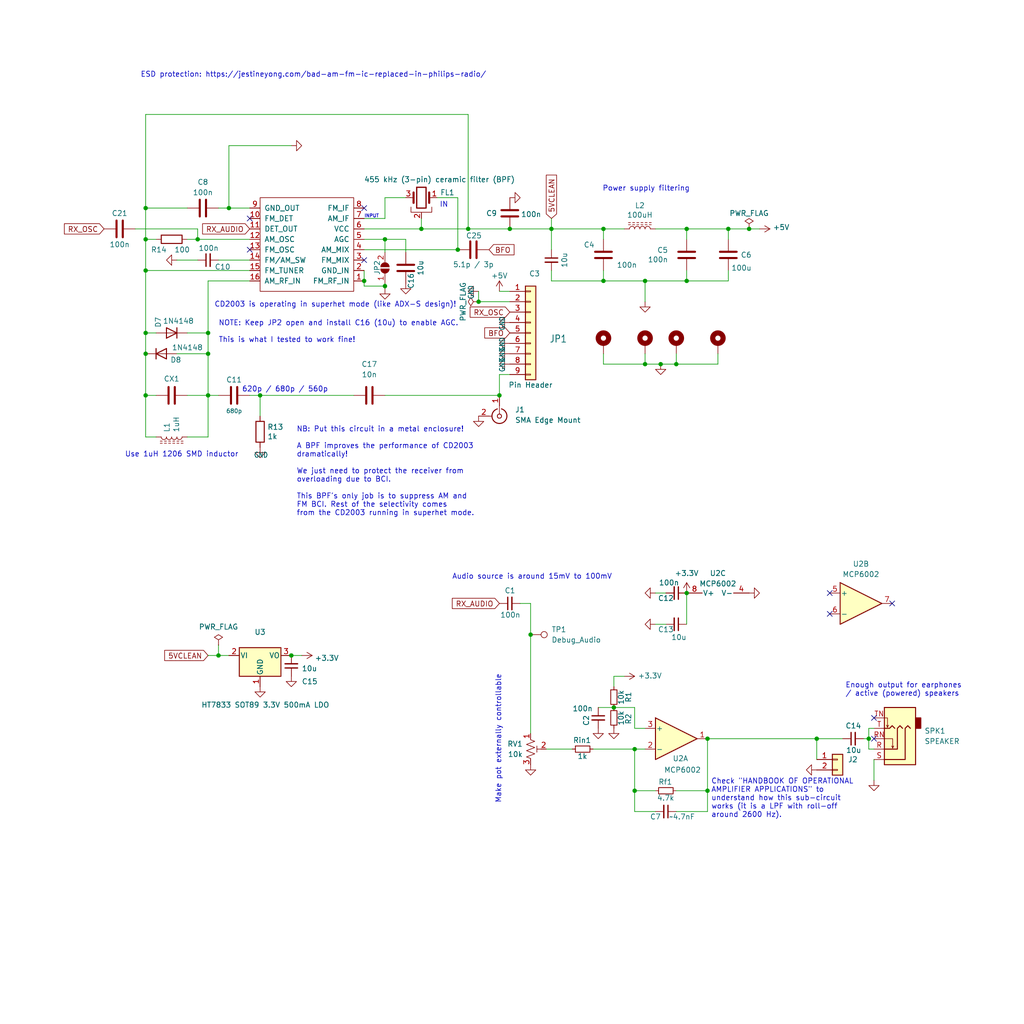
<source format=kicad_sch>
(kicad_sch (version 20230121) (generator eeschema)
  (paper "User" 250.012 250.012)
  (title_block (title "Breakout board (BoB) for CD2003 (Superhet Mode)") (date "2023-09-02") (rev "v1.07") (company "Dhiru Kholia (VU3CER)") (comment 1 "Based on ADX and ADX-S designs"))
  (lib_symbols
    (symbol "Amplifier_Operational:MCP6022" (pin_names (offset 0.127))
      (property "Reference" "U" (at 0 5.08 0))
      (property "Value" "MCP6022" (at 0 -5.08 0))
      (symbol "MCP6022_1_1"
        (polyline (pts (xy -5.08 5.08) (xy 5.08 0) (xy -5.08 -5.08) (xy -5.08 5.08)) (stroke (width 0.254)) (fill (type background)))
        (pin output line (at 7.62 0 180) (length 2.54) (name "~") (number "1"))
        (pin input line (at -7.62 -2.54 0) (length 2.54) (name "-") (number "2"))
        (pin input line (at -7.62 2.54 0) (length 2.54) (name "+") (number "3"))
      )
      (symbol "MCP6022_2_1"
        (polyline (pts (xy -5.08 5.08) (xy 5.08 0) (xy -5.08 -5.08) (xy -5.08 5.08)) (stroke (width 0.254)) (fill (type background)))
        (pin input line (at -7.62 2.54 0) (length 2.54) (name "+") (number "5"))
        (pin input line (at -7.62 -2.54 0) (length 2.54) (name "-") (number "6"))
        (pin output line (at 7.62 0 180) (length 2.54) (name "~") (number "7"))
      )
      (symbol "MCP6022_3_1"
        (pin power_in line (at -2.54 -7.62 90) (length 3.81) (name "V-") (number "4"))
        (pin power_in line (at -2.54 7.62 270) (length 3.81) (name "V+") (number "8"))
      )
    )
    (symbol "Connector:Conn_Coaxial" (pin_names (offset 1.016) hide)
      (property "Reference" "J" (at 0.254 3.048 0))
      (property "Value" "Conn_Coaxial" (at 2.921 0 90))
      (symbol "Conn_Coaxial_0_1"
        (arc (start -1.778 -0.508) (mid 0.2311 -1.8066) (end 1.778 0) (stroke (width 0.254)))
        (polyline (pts (xy -2.54 0) (xy -0.508 0)))
        (polyline (pts (xy 0 -2.54) (xy 0 -1.778)))
        (circle (center 0 0) (radius 0.508) (stroke (width 0.2032)))
        (arc (start 1.778 0) (mid 0.2099 1.8101) (end -1.778 0.508) (stroke (width 0.254)))
      )
      (symbol "Conn_Coaxial_1_1"
        (pin passive line (at -5.08 0 0) (length 2.54) (name "In") (number "1"))
        (pin passive line (at 0 -5.08 90) (length 2.54) (name "Ext") (number "2"))
      )
    )
    (symbol "Connector:TestPoint" (pin_numbers hide) (pin_names (offset 0.762) hide)
      (property "Reference" "TP" (at 0 6.858 0))
      (property "Value" "TestPoint" (at 0 5.08 0))
      (symbol "TestPoint_0_1"
        (circle (center 0 3.302) (radius 0.762))
      )
      (symbol "TestPoint_1_1"
        (pin passive line (at 0 0 90) (length 2.54) (name "1") (number "1"))
      )
    )
    (symbol "Connector_Audio:AudioJack3_SwitchTR"
      (property "Reference" "J" (at 0 8.89 0))
      (property "Value" "AudioJack3_SwitchTR" (at 0 6.35 0))
      (symbol "AudioJack3_SwitchTR_0_1"
        (rectangle (start -5.08 -5.08) (end -6.35 -7.62) (stroke (width 0.254)) (fill (type outline)))
        (polyline (pts (xy 0.508 -0.254) (xy 0.762 -0.762)))
        (polyline (pts (xy 1.778 -5.334) (xy 2.032 -5.842)))
        (polyline (pts (xy 0 -5.08) (xy 0.635 -5.715) (xy 1.27 -5.08) (xy 2.54 -5.08)) (stroke (width 0.254)))
        (polyline (pts (xy 2.54 -7.62) (xy 1.778 -7.62) (xy 1.778 -5.334) (xy 1.524 -5.842)))
        (polyline (pts (xy 2.54 -2.54) (xy 0.508 -2.54) (xy 0.508 -0.254) (xy 0.254 -0.762)))
        (polyline (pts (xy -1.905 -5.08) (xy -1.27 -5.715) (xy -0.635 -5.08) (xy -0.635 0) (xy 2.54 0)) (stroke (width 0.254)))
        (polyline (pts (xy 2.54 2.54) (xy -2.54 2.54) (xy -2.54 -5.08) (xy -3.175 -5.715) (xy -3.81 -5.08)) (stroke (width 0.254)))
        (rectangle (start 2.54 3.81) (end -5.08 -10.16) (stroke (width 0.254)) (fill (type background)))
      )
      (symbol "AudioJack3_SwitchTR_1_1"
        (pin passive line (at 5.08 0 180) (length 2.54) (name "~") (number "R"))
        (pin passive line (at 5.08 -2.54 180) (length 2.54) (name "~") (number "RN"))
        (pin passive line (at 5.08 2.54 180) (length 2.54) (name "~") (number "S"))
        (pin passive line (at 5.08 -5.08 180) (length 2.54) (name "~") (number "T"))
        (pin passive line (at 5.08 -7.62 180) (length 2.54) (name "~") (number "TN"))
      )
    )
    (symbol "Connector_Generic:Conn_01x02" (pin_names (offset 1.016) hide)
      (property "Reference" "J" (at 0 2.54 0))
      (property "Value" "Conn_01x02" (at 0 -5.08 0))
      (symbol "Conn_01x02_1_1"
        (rectangle (start -1.27 -2.413) (end 0 -2.667) (stroke (width 0.1524)))
        (rectangle (start -1.27 0.127) (end 0 -0.127) (stroke (width 0.1524)))
        (rectangle (start -1.27 1.27) (end 1.27 -3.81) (stroke (width 0.254)) (fill (type background)))
        (pin passive line (at -5.08 0 0) (length 3.81) (name "Pin_1") (number "1"))
        (pin passive line (at -5.08 -2.54 0) (length 3.81) (name "Pin_2") (number "2"))
      )
    )
    (symbol "Connector_Generic:Conn_01x09" (pin_names (offset 1.016) hide)
      (property "Reference" "J" (at 0 12.7 0))
      (property "Value" "Conn_01x09" (at 0 -12.7 0))
      (symbol "Conn_01x09_1_1"
        (rectangle (start -1.27 -10.033) (end 0 -10.287) (stroke (width 0.1524)))
        (rectangle (start -1.27 -7.493) (end 0 -7.747) (stroke (width 0.1524)))
        (rectangle (start -1.27 -4.953) (end 0 -5.207) (stroke (width 0.1524)))
        (rectangle (start -1.27 -2.413) (end 0 -2.667) (stroke (width 0.1524)))
        (rectangle (start -1.27 0.127) (end 0 -0.127) (stroke (width 0.1524)))
        (rectangle (start -1.27 2.667) (end 0 2.413) (stroke (width 0.1524)))
        (rectangle (start -1.27 5.207) (end 0 4.953) (stroke (width 0.1524)))
        (rectangle (start -1.27 7.747) (end 0 7.493) (stroke (width 0.1524)))
        (rectangle (start -1.27 10.287) (end 0 10.033) (stroke (width 0.1524)))
        (rectangle (start -1.27 11.43) (end 1.27 -11.43) (stroke (width 0.254)) (fill (type background)))
        (pin passive line (at -5.08 10.16 0) (length 3.81) (name "Pin_1") (number "1"))
        (pin passive line (at -5.08 7.62 0) (length 3.81) (name "Pin_2") (number "2"))
        (pin passive line (at -5.08 5.08 0) (length 3.81) (name "Pin_3") (number "3"))
        (pin passive line (at -5.08 2.54 0) (length 3.81) (name "Pin_4") (number "4"))
        (pin passive line (at -5.08 0 0) (length 3.81) (name "Pin_5") (number "5"))
        (pin passive line (at -5.08 -2.54 0) (length 3.81) (name "Pin_6") (number "6"))
        (pin passive line (at -5.08 -5.08 0) (length 3.81) (name "Pin_7") (number "7"))
        (pin passive line (at -5.08 -7.62 0) (length 3.81) (name "Pin_8") (number "8"))
        (pin passive line (at -5.08 -10.16 0) (length 3.81) (name "Pin_9") (number "9"))
      )
    )
    (symbol "D_1" (pin_numbers hide) (pin_names (offset 1.016) hide)
      (property "Reference" "D" (at 0 2.54 0))
      (property "Value" "D" (at 0 -2.54 0))
      (symbol "D_1_0_1"
        (polyline (pts (xy -1.27 1.27) (xy -1.27 -1.27)) (stroke (width 0.254)))
        (polyline (pts (xy 1.27 0) (xy -1.27 0)))
        (polyline (pts (xy 1.27 1.27) (xy 1.27 -1.27) (xy -1.27 0) (xy 1.27 1.27)) (stroke (width 0.254)))
      )
      (symbol "D_1_1_1"
        (pin passive line (at -3.81 0 0) (length 2.54) (name "K") (number "1"))
        (pin passive line (at 3.81 0 180) (length 2.54) (name "A") (number "2"))
      )
    )
    (symbol "Device:C" (pin_numbers hide) (pin_names (offset 0.254))
      (property "Reference" "C" (at 0.635 2.54 0))
      (property "Value" "C" (at 0.635 -2.54 0))
      (symbol "C_0_1"
        (polyline (pts (xy -2.032 -0.762) (xy 2.032 -0.762)) (stroke (width 0.508)))
        (polyline (pts (xy -2.032 0.762) (xy 2.032 0.762)) (stroke (width 0.508)))
      )
      (symbol "C_1_1"
        (pin passive line (at 0 3.81 270) (length 2.794) (name "~") (number "1"))
        (pin passive line (at 0 -3.81 90) (length 2.794) (name "~") (number "2"))
      )
    )
    (symbol "Device:C_Small" (pin_numbers hide) (pin_names (offset 0.254) hide)
      (property "Reference" "C" (at 0.254 1.778 0))
      (property "Value" "C_Small" (at 0.254 -2.032 0))
      (symbol "C_Small_0_1"
        (polyline (pts (xy -1.524 -0.508) (xy 1.524 -0.508)) (stroke (width 0.3302)))
        (polyline (pts (xy -1.524 0.508) (xy 1.524 0.508)) (stroke (width 0.3048)))
      )
      (symbol "C_Small_1_1"
        (pin passive line (at 0 2.54 270) (length 2.032) (name "~") (number "1"))
        (pin passive line (at 0 -2.54 90) (length 2.032) (name "~") (number "2"))
      )
    )
    (symbol "Device:Crystal_GND2" (pin_names (offset 1.016) hide)
      (property "Reference" "Y" (at 0 5.715 0))
      (property "Value" "Crystal_GND2" (at 0 3.81 0))
      (symbol "Crystal_GND2_0_1"
        (rectangle (start -1.143 2.54) (end 1.143 -2.54) (stroke (width 0.3048)))
        (polyline (pts (xy -2.54 0) (xy -1.905 0)))
        (polyline (pts (xy -1.905 -1.27) (xy -1.905 1.27)) (stroke (width 0.508)))
        (polyline (pts (xy 0 -3.81) (xy 0 -3.556)))
        (polyline (pts (xy 1.905 0) (xy 2.54 0)))
        (polyline (pts (xy 1.905 1.27) (xy 1.905 -1.27)) (stroke (width 0.508)))
        (polyline (pts (xy -2.54 -2.286) (xy -2.54 -3.556) (xy 2.54 -3.556) (xy 2.54 -2.286)))
      )
      (symbol "Crystal_GND2_1_1"
        (pin passive line (at -3.81 0 0) (length 1.27) (name "1") (number "1"))
        (pin passive line (at 0 -5.08 90) (length 1.27) (name "2") (number "2"))
        (pin passive line (at 3.81 0 180) (length 1.27) (name "3") (number "3"))
      )
    )
    (symbol "Device:D" (pin_numbers hide) (pin_names (offset 1.016) hide)
      (property "Reference" "D" (at 0 2.54 0))
      (property "Value" "D" (at 0 -2.54 0))
      (symbol "D_0_1"
        (polyline (pts (xy -1.27 1.27) (xy -1.27 -1.27)) (stroke (width 0.254)))
        (polyline (pts (xy 1.27 0) (xy -1.27 0)))
        (polyline (pts (xy 1.27 1.27) (xy 1.27 -1.27) (xy -1.27 0) (xy 1.27 1.27)) (stroke (width 0.254)))
      )
      (symbol "D_1_1"
        (pin passive line (at -3.81 0 0) (length 2.54) (name "K") (number "1"))
        (pin passive line (at 3.81 0 180) (length 2.54) (name "A") (number "2"))
      )
    )
    (symbol "Device:L_Ferrite" (pin_numbers hide) (pin_names (offset 1.016) hide)
      (property "Reference" "L" (at -1.27 0 90))
      (property "Value" "L_Ferrite" (at 2.794 0 90))
      (symbol "L_Ferrite_0_1"
        (arc (start 0 -2.54) (mid 0.6323 -1.905) (end 0 -1.27))
        (arc (start 0 -1.27) (mid 0.6323 -0.635) (end 0 0))
        (polyline (pts (xy 1.016 -2.794) (xy 1.016 -2.286)))
        (polyline (pts (xy 1.016 -1.778) (xy 1.016 -1.27)))
        (polyline (pts (xy 1.016 -0.762) (xy 1.016 -0.254)))
        (polyline (pts (xy 1.016 0.254) (xy 1.016 0.762)))
        (polyline (pts (xy 1.016 1.27) (xy 1.016 1.778)))
        (polyline (pts (xy 1.016 2.286) (xy 1.016 2.794)))
        (polyline (pts (xy 1.524 -2.286) (xy 1.524 -2.794)))
        (polyline (pts (xy 1.524 -1.27) (xy 1.524 -1.778)))
        (polyline (pts (xy 1.524 -0.254) (xy 1.524 -0.762)))
        (polyline (pts (xy 1.524 0.762) (xy 1.524 0.254)))
        (polyline (pts (xy 1.524 1.778) (xy 1.524 1.27)))
        (polyline (pts (xy 1.524 2.794) (xy 1.524 2.286)))
        (arc (start 0 0) (mid 0.6323 0.635) (end 0 1.27))
        (arc (start 0 1.27) (mid 0.6323 1.905) (end 0 2.54))
      )
      (symbol "L_Ferrite_1_1"
        (pin passive line (at 0 3.81 270) (length 1.27) (name "1") (number "1"))
        (pin passive line (at 0 -3.81 90) (length 1.27) (name "2") (number "2"))
      )
    )
    (symbol "Device:R" (pin_numbers hide) (pin_names (offset 0))
      (property "Reference" "R" (at 2.032 0 90))
      (property "Value" "R" (at 0 0 90))
      (symbol "R_0_1"
        (rectangle (start -1.016 -2.54) (end 1.016 2.54) (stroke (width 0.254)))
      )
      (symbol "R_1_1"
        (pin passive line (at 0 3.81 270) (length 1.27) (name "~") (number "1"))
        (pin passive line (at 0 -3.81 90) (length 1.27) (name "~") (number "2"))
      )
    )
    (symbol "Device:R_Potentiometer_Trim_US" (pin_names (offset 1.016) hide)
      (property "Reference" "RV" (at -4.445 0 90))
      (property "Value" "R_Potentiometer_Trim_US" (at -2.54 0 90))
      (symbol "R_Potentiometer_Trim_US_0_1"
        (polyline (pts (xy 0 -2.286) (xy 0 -2.54)))
        (polyline (pts (xy 0 2.286) (xy 0 2.54)))
        (polyline (pts (xy 1.524 0.762) (xy 1.524 -0.762)))
        (polyline (pts (xy 2.54 0) (xy 1.524 0)))
        (polyline (pts (xy 0 -0.762) (xy 1.016 -1.143) (xy 0 -1.524) (xy -1.016 -1.905) (xy 0 -2.286)))
        (polyline (pts (xy 0 0.762) (xy 1.016 0.381) (xy 0 0) (xy -1.016 -0.381) (xy 0 -0.762)))
        (polyline (pts (xy 0 2.286) (xy 1.016 1.905) (xy 0 1.524) (xy -1.016 1.143) (xy 0 0.762)))
      )
      (symbol "R_Potentiometer_Trim_US_1_1"
        (pin passive line (at 0 3.81 270) (length 1.27) (name "1") (number "1"))
        (pin passive line (at 3.81 0 180) (length 1.27) (name "2") (number "2"))
        (pin passive line (at 0 -3.81 90) (length 1.27) (name "3") (number "3"))
      )
    )
    (symbol "Device:R_Small" (pin_numbers hide) (pin_names (offset 0.254) hide)
      (property "Reference" "R" (at 0.762 0.508 0))
      (property "Value" "R_Small" (at 0.762 -1.016 0))
      (symbol "R_Small_0_1"
        (rectangle (start -0.762 1.778) (end 0.762 -1.778) (stroke (width 0.2032)))
      )
      (symbol "R_Small_1_1"
        (pin passive line (at 0 2.54 270) (length 0.762) (name "~") (number "1"))
        (pin passive line (at 0 -2.54 90) (length 0.762) (name "~") (number "2"))
      )
    )
    (symbol "Jumper:SolderJumper_2_Open" (pin_names (offset 0) hide)
      (property "Reference" "JP" (at 0 2.032 0))
      (property "Value" "SolderJumper_2_Open" (at 0 -2.54 0))
      (symbol "SolderJumper_2_Open_0_1"
        (arc (start -0.254 1.016) (mid -1.2656 0) (end -0.254 -1.016))
        (arc (start -0.254 1.016) (mid -1.2656 0) (end -0.254 -1.016) (fill (type outline)))
        (polyline (pts (xy -0.254 1.016) (xy -0.254 -1.016)))
        (polyline (pts (xy 0.254 1.016) (xy 0.254 -1.016)))
        (arc (start 0.254 -1.016) (mid 1.2656 0) (end 0.254 1.016))
        (arc (start 0.254 -1.016) (mid 1.2656 0) (end 0.254 1.016) (fill (type outline)))
      )
      (symbol "SolderJumper_2_Open_1_1"
        (pin passive line (at -3.81 0 0) (length 2.54) (name "A") (number "1"))
        (pin passive line (at 3.81 0 180) (length 2.54) (name "B") (number "2"))
      )
    )
    (symbol "Mechanical:MountingHole_Pad" (pin_numbers hide) (pin_names (offset 1.016) hide)
      (property "Reference" "H" (at 0 6.35 0))
      (property "Value" "MountingHole_Pad" (at 0 4.445 0))
      (symbol "MountingHole_Pad_0_1"
        (circle (center 0 1.27) (radius 1.27) (stroke (width 1.27)))
      )
      (symbol "MountingHole_Pad_1_1"
        (pin input line (at 0 -2.54 90) (length 2.54) (name "1") (number "1"))
      )
    )
    (symbol "Regulator_Linear:MCP1703Ax-330xxMB" (pin_names (offset 0.254))
      (property "Reference" "U" (at -3.81 3.175 0))
      (property "Value" "MCP1703Ax-330xxMB" (at 0 3.175 0))
      (symbol "MCP1703Ax-330xxMB_0_1"
        (rectangle (start -5.08 -5.08) (end 5.08 1.905) (stroke (width 0.254)) (fill (type background)))
      )
      (symbol "MCP1703Ax-330xxMB_1_1"
        (pin power_in line (at 0 -7.62 90) (length 2.54) (name "GND") (number "1"))
        (pin power_in line (at -7.62 0 0) (length 2.54) (name "VI") (number "2"))
        (pin power_out line (at 7.62 0 180) (length 2.54) (name "VO") (number "3"))
      )
    )
    (symbol "cd2003gb_gp_fixed:CD2003GB_GP_Fixed" (pin_names (offset 1.016))
      (symbol "CD2003GB_GP_Fixed_0_1"
        (rectangle (start -11.43 17.78) (end 11.43 -5.08))
      )
      (symbol "CD2003GB_GP_Fixed_1_1"
        (pin input line (at -8.89 -7.62 90) (length 2.54) (name "FM_RF_IN") (number "1"))
        (pin input line (at 6.35 20.32 270) (length 2.54) (name "FM_DET") (number "10"))
        (pin input line (at 3.81 20.32 270) (length 2.54) (name "DET_OUT") (number "11"))
        (pin input line (at 1.27 20.32 270) (length 2.54) (name "AM_OSC") (number "12"))
        (pin input line (at -1.27 20.32 270) (length 2.54) (name "FM_OSC") (number "13"))
        (pin input line (at -3.81 20.32 270) (length 2.54) (name "FM/AM_SW") (number "14"))
        (pin input line (at -6.35 20.32 270) (length 2.54) (name "FM_TUNER") (number "15"))
        (pin input line (at -8.89 20.32 270) (length 2.54) (name "AM_RF_IN") (number "16"))
        (pin input line (at -6.35 -7.62 90) (length 2.54) (name "GND_IN") (number "2"))
        (pin input line (at -3.81 -7.62 90) (length 2.54) (name "FM_MIX") (number "3"))
        (pin input line (at -1.27 -7.62 90) (length 2.54) (name "AM_MIX") (number "4"))
        (pin passive line (at 1.27 -7.62 90) (length 2.54) (name "AGC") (number "5"))
        (pin input line (at 3.81 -7.62 90) (length 2.54) (name "VCC") (number "6"))
        (pin input line (at 6.35 -7.62 90) (length 2.54) (name "AM_IF") (number "7"))
        (pin input line (at 8.89 -7.62 90) (length 2.54) (name "FM_IF") (number "8"))
        (pin input line (at 8.89 20.32 270) (length 2.54) (name "GND_OUT") (number "9"))
      )
    )
    (symbol "power:+3.3V" (power) (pin_names (offset 0))
      (property "Value" "+3.3V" (at 0 3.556 0))
      (symbol "+3.3V_0_1"
        (polyline (pts (xy -0.762 1.27) (xy 0 2.54)))
        (polyline (pts (xy 0 0) (xy 0 2.54)))
        (polyline (pts (xy 0 2.54) (xy 0.762 1.27)))
      )
      (symbol "+3.3V_1_1"
        (pin power_in line (at 0 0 90) (length 0) hide (name "+3.3V") (number "1"))
      )
    )
    (symbol "power:+5V" (power) (pin_names (offset 0))
      (property "Value" "+5V" (at 0 3.556 0))
      (symbol "+5V_0_1"
        (polyline (pts (xy -0.762 1.27) (xy 0 2.54)))
        (polyline (pts (xy 0 0) (xy 0 2.54)))
        (polyline (pts (xy 0 2.54) (xy 0.762 1.27)))
      )
      (symbol "+5V_1_1"
        (pin power_in line (at 0 0 90) (length 0) hide (name "+5V") (number "1"))
      )
    )
    (symbol "power:GND" (power) (pin_names (offset 0))
      (property "Value" "GND" (at 0 -3.81 0))
      (symbol "GND_0_1"
        (polyline (pts (xy 0 0) (xy 0 -1.27) (xy 1.27 -1.27) (xy 0 -2.54) (xy -1.27 -1.27) (xy 0 -1.27)))
      )
      (symbol "GND_1_1"
        (pin power_in line (at 0 0 270) (length 0) hide (name "GND") (number "1"))
      )
    )
    (symbol "power:PWR_FLAG" (power) (pin_numbers hide) (pin_names (offset 0) hide)
      (property "Value" "PWR_FLAG" (at 0 3.81 0))
      (symbol "PWR_FLAG_0_0"
        (pin power_out line (at 0 0 90) (length 0) (name "pwr") (number "1"))
      )
      (symbol "PWR_FLAG_0_1"
        (polyline (pts (xy 0 0) (xy 0 1.27) (xy -1.016 1.905) (xy 0 2.54) (xy 1.016 1.905) (xy 0 1.27)))
      )
    )
  )
  (junction (at 121.92 96.52))
  (junction (at 50.8 86.36))
  (junction (at 111.76 60.96))
  (junction (at 116.84 73.66))
  (junction (at 124.46 55.88))
  (junction (at 167.64 144.78))
  (junction (at 50.8 96.52))
  (junction (at 71.12 160.02))
  (junction (at 88.9 68.58))
  (junction (at 167.64 55.88))
  (junction (at 93.98 58.42))
  (junction (at 50.8 81.28))
  (junction (at 154.94 182.88))
  (junction (at 157.48 68.58))
  (junction (at 35.56 96.52))
  (junction (at 147.32 55.88))
  (junction (at 182.88 55.88))
  (junction (at 199.39 180.34))
  (junction (at 48.26 58.42))
  (junction (at 35.56 86.36))
  (junction (at 55.88 50.8))
  (junction (at 172.72 180.34))
  (junction (at 102.87 55.88))
  (junction (at 134.62 55.88))
  (junction (at 161.29 88.9))
  (junction (at 177.8 55.88))
  (junction (at 114.3 55.88))
  (junction (at 93.98 69.85))
  (junction (at 212.09 180.34))
  (junction (at 149.86 172.72))
  (junction (at 167.64 68.58))
  (junction (at 165.1 88.9))
  (junction (at 53.34 160.02))
  (junction (at 147.32 68.58))
  (junction (at 157.48 88.9))
  (junction (at 172.72 193.04))
  (junction (at 35.56 66.04))
  (junction (at 35.56 50.8))
  (junction (at 35.56 58.42))
  (junction (at 129.54 154.94))
  (junction (at 63.5 96.52))
  (junction (at 154.94 193.04))
  (junction (at 35.56 81.28))
  (no_connect (at 213.36 175.26))
  (no_connect (at 202.565 149.86))
  (no_connect (at 60.96 60.96))
  (no_connect (at 88.9 63.5))
  (no_connect (at 202.565 144.78))
  (no_connect (at 60.96 53.34))
  (no_connect (at 213.36 180.34))
  (no_connect (at 217.805 147.32))
  (no_connect (at 88.9 50.8))
  (wire (pts (xy 102.87 53.34) (xy 102.87 55.88)))
  (wire (pts (xy 121.92 96.52) (xy 121.92 91.44)))
  (wire (pts (xy 149.86 165.1) (xy 149.86 167.64)))
  (wire (pts (xy 50.8 96.52) (xy 53.34 96.52)))
  (wire (pts (xy 127 147.32) (xy 129.54 147.32)))
  (wire (pts (xy 53.34 50.8) (xy 55.88 50.8)))
  (wire (pts (xy 88.9 53.34) (xy 93.98 53.34)))
  (wire (pts (xy 121.92 71.12) (xy 124.46 71.12)))
  (wire (pts (xy 60.96 96.52) (xy 63.5 96.52)))
  (wire (pts (xy 149.86 172.72) (xy 154.94 172.72)))
  (wire (pts (xy 147.32 68.58) (xy 157.48 68.58)))
  (wire (pts (xy 45.72 81.28) (xy 50.8 81.28)))
  (wire (pts (xy 63.5 101.6) (xy 63.5 96.52)))
  (wire (pts (xy 124.46 55.88) (xy 134.62 55.88)))
  (wire (pts (xy 93.98 69.85) (xy 93.98 70.485)))
  (wire (pts (xy 114.3 55.88) (xy 124.46 55.88)))
  (wire (pts (xy 154.94 193.04) (xy 154.94 182.88)))
  (wire (pts (xy 172.72 180.34) (xy 172.72 193.04)))
  (wire (pts (xy 93.98 48.26) (xy 93.98 53.34)))
  (wire (pts (xy 134.62 55.88) (xy 134.62 60.96)))
  (wire (pts (xy 177.8 66.04) (xy 177.8 68.58)))
  (wire (pts (xy 88.9 68.58) (xy 88.9 69.85)))
  (wire (pts (xy 157.48 88.9) (xy 161.29 88.9)))
  (wire (pts (xy 147.32 86.36) (xy 147.32 88.9)))
  (wire (pts (xy 38.1 81.28) (xy 35.56 81.28)))
  (wire (pts (xy 121.92 91.44) (xy 124.46 91.44)))
  (wire (pts (xy 55.88 50.8) (xy 55.88 35.56)))
  (wire (pts (xy 53.34 157.48) (xy 53.34 160.02)))
  (wire (pts (xy 157.48 86.36) (xy 157.48 88.9)))
  (wire (pts (xy 55.88 35.56) (xy 71.12 35.56)))
  (wire (pts (xy 35.56 96.52) (xy 38.1 96.52)))
  (wire (pts (xy 147.32 88.9) (xy 157.48 88.9)))
  (wire (pts (xy 134.62 55.88) (xy 147.32 55.88)))
  (wire (pts (xy 199.39 180.34) (xy 199.39 185.42)))
  (wire (pts (xy 53.34 160.02) (xy 55.88 160.02)))
  (wire (pts (xy 146.05 172.72) (xy 149.86 172.72)))
  (wire (pts (xy 134.62 66.04) (xy 134.62 68.58)))
  (wire (pts (xy 93.98 58.42) (xy 93.98 61.595)))
  (wire (pts (xy 157.48 68.58) (xy 167.64 68.58)))
  (wire (pts (xy 93.98 96.52) (xy 121.92 96.52)))
  (wire (pts (xy 177.8 55.88) (xy 182.88 55.88)))
  (wire (pts (xy 99.06 61.595) (xy 99.06 58.42)))
  (wire (pts (xy 35.56 50.8) (xy 45.72 50.8)))
  (wire (pts (xy 60.96 50.8) (xy 55.88 50.8)))
  (wire (pts (xy 167.64 55.88) (xy 167.64 58.42)))
  (wire (pts (xy 116.84 71.12) (xy 116.84 73.66)))
  (wire (pts (xy 172.72 180.34) (xy 199.39 180.34)))
  (wire (pts (xy 53.34 63.5) (xy 60.96 63.5)))
  (wire (pts (xy 177.8 55.88) (xy 177.8 58.42)))
  (wire (pts (xy 167.64 55.88) (xy 177.8 55.88)))
  (wire (pts (xy 111.76 48.26) (xy 111.76 60.96)))
  (wire (pts (xy 129.54 154.94) (xy 129.54 179.07)))
  (wire (pts (xy 88.9 69.85) (xy 93.98 69.85)))
  (wire (pts (xy 162.56 144.78) (xy 160.02 144.78)))
  (wire (pts (xy 50.8 86.36) (xy 50.8 81.28)))
  (wire (pts (xy 175.26 88.9) (xy 175.26 86.36)))
  (wire (pts (xy 154.94 177.8) (xy 157.48 177.8)))
  (wire (pts (xy 165.1 193.04) (xy 172.72 193.04)))
  (wire (pts (xy 160.02 193.04) (xy 154.94 193.04)))
  (wire (pts (xy 129.54 147.32) (xy 129.54 154.94)))
  (wire (pts (xy 35.56 58.42) (xy 35.56 50.8)))
  (wire (pts (xy 147.32 58.42) (xy 147.32 55.88)))
  (wire (pts (xy 50.8 96.52) (xy 50.8 86.36)))
  (wire (pts (xy 35.56 66.04) (xy 35.56 58.42)))
  (wire (pts (xy 93.98 58.42) (xy 99.06 58.42)))
  (wire (pts (xy 88.9 60.96) (xy 111.76 60.96)))
  (wire (pts (xy 154.94 172.72) (xy 154.94 177.8)))
  (wire (pts (xy 50.8 68.58) (xy 60.96 68.58)))
  (wire (pts (xy 43.18 86.36) (xy 50.8 86.36)))
  (wire (pts (xy 161.29 88.9) (xy 165.1 88.9)))
  (wire (pts (xy 114.3 27.94) (xy 114.3 55.88)))
  (wire (pts (xy 154.94 182.88) (xy 157.48 182.88)))
  (wire (pts (xy 43.18 63.5) (xy 48.26 63.5)))
  (wire (pts (xy 35.56 96.52) (xy 35.56 86.36)))
  (wire (pts (xy 133.35 182.88) (xy 139.7 182.88)))
  (wire (pts (xy 167.64 66.04) (xy 167.64 68.58)))
  (wire (pts (xy 106.68 48.26) (xy 111.76 48.26)))
  (wire (pts (xy 212.09 182.88) (xy 213.36 182.88)))
  (wire (pts (xy 35.56 81.28) (xy 35.56 86.36)))
  (wire (pts (xy 35.56 66.04) (xy 60.96 66.04)))
  (wire (pts (xy 212.09 177.8) (xy 213.36 177.8)))
  (wire (pts (xy 165.1 198.12) (xy 172.72 198.12)))
  (wire (pts (xy 116.84 73.66) (xy 124.46 73.66)))
  (wire (pts (xy 35.56 50.8) (xy 35.56 27.94)))
  (wire (pts (xy 199.39 180.34) (xy 205.74 180.34)))
  (wire (pts (xy 48.26 58.42) (xy 60.96 58.42)))
  (wire (pts (xy 71.12 160.02) (xy 73.66 160.02)))
  (wire (pts (xy 212.09 180.34) (xy 212.09 177.8)))
  (wire (pts (xy 93.98 48.26) (xy 99.06 48.26)))
  (wire (pts (xy 88.9 55.88) (xy 102.87 55.88)))
  (wire (pts (xy 172.72 198.12) (xy 172.72 193.04)))
  (wire (pts (xy 38.1 106.68) (xy 35.56 106.68)))
  (wire (pts (xy 154.94 198.12) (xy 160.02 198.12)))
  (wire (pts (xy 50.8 68.58) (xy 50.8 81.28)))
  (wire (pts (xy 210.82 180.34) (xy 212.09 180.34)))
  (wire (pts (xy 147.32 66.04) (xy 147.32 68.58)))
  (wire (pts (xy 35.56 27.94) (xy 114.3 27.94)))
  (wire (pts (xy 154.94 198.12) (xy 154.94 193.04)))
  (wire (pts (xy 152.4 165.1) (xy 149.86 165.1)))
  (wire (pts (xy 38.1 58.42) (xy 35.56 58.42)))
  (wire (pts (xy 157.48 73.66) (xy 157.48 68.58)))
  (wire (pts (xy 212.09 180.34) (xy 212.09 182.88)))
  (wire (pts (xy 45.72 106.68) (xy 50.8 106.68)))
  (wire (pts (xy 134.62 53.34) (xy 134.62 55.88)))
  (wire (pts (xy 35.56 66.04) (xy 35.56 81.28)))
  (wire (pts (xy 45.72 96.52) (xy 50.8 96.52)))
  (wire (pts (xy 102.87 55.88) (xy 114.3 55.88)))
  (wire (pts (xy 50.8 96.52) (xy 50.8 106.68)))
  (wire (pts (xy 35.56 96.52) (xy 35.56 106.68)))
  (wire (pts (xy 167.64 144.78) (xy 167.64 152.4)))
  (wire (pts (xy 134.62 68.58) (xy 147.32 68.58)))
  (wire (pts (xy 33.02 55.88) (xy 48.26 55.88)))
  (wire (pts (xy 50.8 160.02) (xy 53.34 160.02)))
  (wire (pts (xy 93.98 69.215) (xy 93.98 69.85)))
  (wire (pts (xy 165.1 86.36) (xy 165.1 88.9)))
  (wire (pts (xy 45.72 58.42) (xy 48.26 58.42)))
  (wire (pts (xy 167.64 68.58) (xy 177.8 68.58)))
  (wire (pts (xy 48.26 55.88) (xy 48.26 58.42)))
  (wire (pts (xy 162.56 152.4) (xy 160.02 152.4)))
  (wire (pts (xy 88.9 66.04) (xy 88.9 68.58)))
  (wire (pts (xy 213.36 185.42) (xy 213.36 190.5)))
  (wire (pts (xy 147.32 55.88) (xy 152.4 55.88)))
  (wire (pts (xy 182.88 55.88) (xy 185.42 55.88)))
  (wire (pts (xy 165.1 88.9) (xy 175.26 88.9)))
  (wire (pts (xy 160.02 55.88) (xy 167.64 55.88)))
  (wire (pts (xy 88.9 58.42) (xy 93.98 58.42)))
  (wire (pts (xy 144.78 182.88) (xy 154.94 182.88)))
  (wire (pts (xy 63.5 96.52) (xy 86.36 96.52)))
  (text "Check \"HANDBOOK OF OPERATIONAL\nAMPLIFIER APPLICATIONS\" to \nunderstand how this sub-circuit\nworks (it is a LPF with roll-off\naround 2600 Hz)." (at 173.609 199.771 0) (effects (font (size 1.27 1.27)) (justify left bottom)))
  (text "Use 1uH 1206 SMD inductor" (at 30.48 111.76 0) (effects (font (size 1.27 1.27)) (justify left bottom)))
  (text "Enough output for earphones \n/ active (powered) speakers" (at 206.375 170.18 0) (effects (font (size 1.27 1.27)) (justify left bottom)))
  (text "INPUT" (at 88.9 53.34 0) (effects (font (size 0.8 0.8)) (justify left bottom)))
  (text "Make pot externally controllable" (at 122.428 196.215 90) (effects (font (size 1.27 1.27)) (justify left bottom)))
  (text "NB: Put this circuit in a metal enclosure!\n\nA BPF improves the performance of CD2003\ndramatically!\n\nWe just need to protect the receiver from\noverloading due to BCI.\n\nThis BPF's only job is to suppress AM and \nFM BCI. Rest of the selectivity comes\nfrom the CD2003 running in superhet mode.\n\n\n" (at 72.39 130.175 0) (effects (font (size 1.27 1.27)) (justify left bottom)))
  (text "Power supply filtering" (at 147.066 46.863 0) (effects (font (size 1.27 1.27)) (justify left bottom)))
  (text "Audio source is around 15mV to 100mV" (at 110.363 141.605 0) (effects (font (size 1.27 1.27)) (justify left bottom)))
  (text "620p / 680p / 560p" (at 59.055 95.885 0) (effects (font (size 1.27 1.27)) (justify left bottom)))
  (text "CD2003 is operating in superhet mode (like ADX-S design)!" (at 52.324 75.184 0) (effects (font (size 1.27 1.27)) (justify left bottom)))
  (text "IN" (at 107.315 50.8 0) (effects (font (size 1.27 1.27)) (justify left bottom)))
  (text "NOTE: Keep JP2 open and install C16 (10u) to enable AGC.\n\nThis is what I tested to work fine!" (at 53.34 83.82 0) (effects (font (size 1.27 1.27)) (justify left bottom)))
  (text "ESD protection: https://jestineyong.com/bad-am-fm-ic-replaced-in-philips-radio/" (at 118.745 19.05 0) (effects (font (size 1.27 1.27)) (justify right bottom)))
  (global_label "RX_AUDIO" (shape input) (at 60.96 55.88 180) (property "Intersheetrefs" "${INTERSHEET_REFS}" (effects hide)))
  (global_label "5VCLEAN" (shape input) (at 50.8 160.02 180) (property "Intersheetrefs" "${INTERSHEET_REFS}" (effects hide)))
  (global_label "RX_OSC" (shape input) (at 25.4 55.88 180) (property "Intersheetrefs" "${INTERSHEET_REFS}" (effects hide)))
  (global_label "BFO" (shape input) (at 124.46 81.28 180) (property "Intersheetrefs" "${INTERSHEET_REFS}" (effects hide)))
  (global_label "RX_AUDIO" (shape input) (at 121.92 147.32 180) (property "Intersheetrefs" "${INTERSHEET_REFS}" (effects hide)))
  (global_label "5VCLEAN" (shape input) (at 134.62 53.34 90) (property "Intersheetrefs" "${INTERSHEET_REFS}" (effects hide)))
  (global_label "BFO" (shape input) (at 119.38 60.96 0) (property "Intersheetrefs" "${INTERSHEET_REFS}" (effects hide)))
  (global_label "RX_OSC" (shape input) (at 124.46 76.2 180) (property "Intersheetrefs" "${INTERSHEET_REFS}" (effects hide)))
  (symbol (lib_id "Mechanical:MountingHole_Pad") (at 147.32 83.82 0) (unit 1)
    (property "Reference" "H1" (effects hide))
    (property "Value" "MountingHole_Pad" (effects hide))
    (property "Footprint" "MountingHole:MountingHole_2.2mm_M2_Pad_Via" (effects hide))
  )
  (symbol (lib_id "Mechanical:MountingHole_Pad") (at 157.48 83.82 0) (unit 1)
    (property "Reference" "H2" (effects hide))
    (property "Value" "MountingHole_Pad" (effects hide))
    (property "Footprint" "MountingHole:MountingHole_2.2mm_M2_Pad_Via" (effects hide))
  )
  (symbol (lib_id "power:+5V") (at 121.92 71.12 0) (unit 1)
    (property "Reference" "#PWR0107" (effects hide))
    (property "Value" "+5V" (at 121.92 67.31 0))
  )
  (symbol (lib_id "Device:L_Ferrite") (at 41.91 106.68 270) (unit 1)
    (property "Reference" "L1" (at 40.7416 105.5624 0) (effects (justify right)))
    (property "Value" "1uH" (at 43.053 105.5624 0) (effects (justify right)))
    (property "Footprint" "Inductor_SMD:L_1206_3216Metric_Pad1.22x1.90mm_HandSolder" (effects hide))
  )
  (symbol (lib_id "Device:C") (at 124.46 52.07 0) (unit 1)
    (property "Reference" "C9" (at 120.015 52.07 0))
    (property "Value" "100n" (at 129.667 52.324 0))
    (property "Footprint" "Capacitor_SMD:C_1206_3216Metric_Pad1.33x1.80mm_HandSolder" (effects hide))
  )
  (symbol (lib_id "cd2003gb_gp_fixed:CD2003GB_GP_Fixed") (at 81.28 59.69 90) (unit 1)
    (property "Reference" "U1" (effects hide))
    (property "Value" "CD2003GB_GP" (effects hide))
    (property "Footprint" "Package_DIP:DIP-16_W7.62mm_Socket" (effects hide))
  )
  (symbol (lib_id "Device:C") (at 29.21 55.88 270) (unit 1)
    (property "Reference" "C21" (at 29.21 52.07 90))
    (property "Value" "100n" (at 29.21 59.69 90))
    (property "Footprint" "Capacitor_SMD:C_1206_3216Metric_Pad1.33x1.80mm_HandSolder" (effects hide))
  )
  (symbol (lib_id "power:GND") (at 161.29 88.9 0) (unit 1)
    (property "Reference" "#PWR010" (effects hide))
    (property "Value" "GNDPWR" (effects hide))
  )
  (symbol (lib_id "Connector_Audio:AudioJack3_SwitchTR") (at 218.44 182.88 180) (unit 1)
    (property "Reference" "SPK1" (at 225.679 178.4349 0) (effects (justify right)))
    (property "Value" "SPEAKER" (at 225.679 180.9749 0) (effects (justify right)))
    (property "Footprint" "footprints:PJ-307_Modded" (effects hide))
  )
  (symbol (lib_id "Device:R_Potentiometer_Trim_US") (at 129.54 182.88 0) (unit 1)
    (property "Reference" "RV1" (at 127.635 181.61 0) (effects (justify right)))
    (property "Value" "10k" (at 127.635 184.15 0) (effects (justify right)))
    (property "Footprint" "Connector_PinHeader_2.54mm:PinHeader_1x03_P2.54mm_Vertical" (effects hide))
  )
  (symbol (lib_id "power:+3.3V") (at 167.64 144.78 0) (unit 1)
    (property "Reference" "#PWR012" (effects hide))
    (property "Value" "+3.3V" (at 167.64 139.954 0))
  )
  (symbol (lib_id "Device:C_Small") (at 50.8 63.5 90) (unit 1)
    (property "Reference" "C10" (at 54.356 65.151 90))
    (property "Value" "100n" (at 50.927 60.579 90))
    (property "Footprint" "Capacitor_SMD:C_1206_3216Metric_Pad1.33x1.80mm_HandSolder" (effects hide))
  )
  (symbol (lib_id "Mechanical:MountingHole_Pad") (at 165.1 83.82 0) (unit 1)
    (property "Reference" "H3" (effects hide))
    (property "Value" "MountingHole_Pad" (effects hide))
    (property "Footprint" "MountingHole:MountingHole_2.2mm_M2_Pad_Via" (effects hide))
  )
  (symbol (lib_id "Device:C_Small") (at 165.1 144.78 270) (unit 1)
    (property "Reference" "C12" (at 162.56 146.05 90))
    (property "Value" "100n" (at 163.322 142.24 90))
    (property "Footprint" "Capacitor_SMD:C_1206_3216Metric_Pad1.33x1.80mm_HandSolder" (effects hide))
    (property "Sim.Device" "SPICE" (effects hide))
    (property "Sim.Params" "type=\"\" model=\"10u\" lib=\"\"" (effects hide))
    (property "Sim.Pins" "1=1 2=2" (effects hide))
  )
  (symbol (lib_id "Device:R_Small") (at 149.86 175.26 0) (unit 1)
    (property "Reference" "R2" (at 153.416 175.514 90))
    (property "Value" "10k" (at 151.6126 175.3108 90))
    (property "Footprint" "Resistor_SMD:R_1206_3216Metric_Pad1.30x1.75mm_HandSolder" (effects hide))
  )
  (symbol (lib_id "power:GND") (at 146.05 177.8 0) (unit 1)
    (property "Reference" "#PWR06" (effects hide))
    (property "Value" "GND" (effects hide))
  )
  (symbol (lib_id "power:PWR_FLAG") (at 116.84 73.66 90) (unit 1)
    (property "Reference" "#FLG01" (effects hide))
    (property "Value" "PWR_FLAG" (at 113.03 73.66 0))
  )
  (symbol (lib_id "power:GND") (at 71.12 35.56 90) (unit 1)
    (property "Reference" "#PWR0132" (effects hide))
    (property "Value" "GNDPWR" (effects hide))
  )
  (symbol (lib_id "Device:R_Small") (at 162.56 193.04 270) (unit 1)
    (property "Reference" "Rf1" (at 162.433 190.881 90))
    (property "Value" "4.7k" (at 162.5092 194.7926 90))
    (property "Footprint" "Resistor_SMD:R_1206_3216Metric_Pad1.30x1.75mm_HandSolder" (effects hide))
  )
  (symbol (lib_id "power:GND") (at 116.84 71.12 270) (unit 1)
    (property "Reference" "#U$0101" (effects hide))
    (property "Value" "~" (at 114.3 69.596 0) (effects (font (size 1.27 1.0795)) (justify left bottom)))
    (property "Footprint" "Adafruit Si5351A:" (effects hide))
  )
  (symbol (lib_id "Device:D") (at 39.37 86.36 0) (unit 1)
    (property "Reference" "D8" (at 42.926 87.8586 0))
    (property "Value" "1N4148" (at 45.7454 84.836 0))
    (property "Footprint" "Diode_THT:D_DO-35_SOD27_P2.54mm_Vertical_KathodeUp" (effects hide))
    (property "Sim.Device" "D" (effects hide))
    (property "Sim.Pins" "1=K 2=A" (effects hide))
  )
  (symbol (lib_id "power:PWR_FLAG") (at 182.88 55.88 0) (unit 1)
    (property "Reference" "#FLG02" (effects hide))
    (property "Value" "PWR_FLAG" (at 182.88 52.07 0))
  )
  (symbol (lib_id "Device:C") (at 177.8 62.23 0) (mirror y) (unit 1)
    (property "Reference" "C6" (at 183.515 62.23 0) (effects (justify left)))
    (property "Value" "100u" (at 183.515 65.405 0) (effects (justify left)))
    (property "Footprint" "Capacitor_SMD:C_1206_3216Metric_Pad1.33x1.80mm_HandSolder" (effects hide))
  )
  (symbol (lib_id "power:+3.3V") (at 152.4 165.1 270) (unit 1)
    (property "Reference" "#PWR08" (effects hide))
    (property "Value" "+3.3V" (at 155.702 164.973 90) (effects (justify left)))
  )
  (symbol (lib_id "Jumper:SolderJumper_2_Open") (at 93.98 65.405 90) (unit 1)
    (property "Reference" "JP2" (at 92.075 63.5 0) (effects (justify right)))
    (property "Value" "SolderJumper_2_Open" (effects hide))
    (property "Footprint" "Jumper:SolderJumper-2_P1.3mm_Open_TrianglePad1.0x1.5mm" (effects hide))
  )
  (symbol (lib_id "power:GND") (at 157.48 73.66 0) (unit 1)
    (property "Reference" "#PWR03" (effects hide))
    (property "Value" "GNDPWR" (effects hide))
  )
  (symbol (lib_id "Device:C_Small") (at 208.28 180.34 90) (unit 1)
    (property "Reference" "C14" (at 208.3308 177.1904 90))
    (property "Value" "10u" (at 208.407 183.134 90))
    (property "Footprint" "Capacitor_SMD:C_1206_3216Metric_Pad1.33x1.80mm_HandSolder" (effects hide))
  )
  (symbol (lib_id "Amplifier_Operational:MCP6022") (at 165.1 180.34 0) (unit 1)
    (property "Reference" "U2" (at 166.116 185.166 0))
    (property "Value" "MCP6002" (at 166.624 187.96 0))
    (property "Footprint" "Package_DIP:DIP-8_W7.62mm" (effects hide))
    (property "Datasheet" "http://ww1.microchip.com/downloads/en/devicedoc/20001685e.pdf" (effects hide))
  )
  (symbol (lib_id "power:GND") (at 71.12 165.1 0) (unit 1)
    (property "Reference" "#PWR017" (effects hide))
    (property "Value" "GND" (effects hide))
  )
  (symbol (lib_id "Device:C_Small") (at 146.05 175.26 0) (unit 1)
    (property "Reference" "C2" (at 143.129 175.895 90))
    (property "Value" "100n" (at 142.24 172.974 0))
    (property "Footprint" "Capacitor_SMD:C_1206_3216Metric_Pad1.33x1.80mm_HandSolder" (effects hide))
    (property "Sim.Device" "SPICE" (effects hide))
    (property "Sim.Params" "type=\"\" model=\"10u\" lib=\"\"" (effects hide))
    (property "Sim.Pins" "1=1 2=2" (effects hide))
  )
  (symbol (lib_id "power:GND") (at 124.46 78.74 270) (unit 1)
    (property "Reference" "#U$04" (effects hide))
    (property "Value" "~" (at 121.92 77.216 0) (effects (font (size 1.27 1.0795)) (justify left bottom)))
    (property "Footprint" "Adafruit Si5351A:" (effects hide))
  )
  (symbol (lib_id "power:GND") (at 124.46 86.36 270) (unit 1)
    (property "Reference" "#U$02" (effects hide))
    (property "Value" "~" (at 121.92 84.836 0) (effects (font (size 1.27 1.0795)) (justify left bottom)))
    (property "Footprint" "Adafruit Si5351A:" (effects hide))
  )
  (symbol (lib_id "Device:C_Small") (at 134.62 63.5 0) (unit 1)
    (property "Reference" "C3" (at 129.159 66.802 0) (effects (justify left)))
    (property "Value" "10u" (at 137.795 65.405 90) (effects (justify left)))
    (property "Footprint" "Capacitor_SMD:C_1206_3216Metric_Pad1.33x1.80mm_HandSolder" (effects hide))
  )
  (symbol (lib_id "Device:C_Small") (at 124.46 147.32 90) (unit 1)
    (property "Reference" "C1" (at 124.5108 144.1704 90))
    (property "Value" "100n" (at 124.587 150.114 90))
    (property "Footprint" "Capacitor_SMD:C_1206_3216Metric_Pad1.33x1.80mm_HandSolder" (effects hide))
  )
  (symbol (lib_id "power:GND") (at 160.02 144.78 270) (unit 1)
    (property "Reference" "#PWR09" (effects hide))
    (property "Value" "GND" (effects hide))
  )
  (symbol (lib_id "Device:C") (at 49.53 50.8 90) (mirror x) (unit 1)
    (property "Reference" "C8" (at 49.53 44.45 90))
    (property "Value" "100n" (at 49.53 46.99 90))
    (property "Footprint" "Capacitor_SMD:C_1206_3216Metric_Pad1.33x1.80mm_HandSolder" (effects hide))
  )
  (symbol (lib_id "Connector_Generic:Conn_01x02") (at 204.47 185.42 0) (unit 1)
    (property "Reference" "J2" (at 207.01 185.42 0) (effects (justify left)))
    (property "Value" "Conn_01x02" (effects hide))
    (property "Footprint" "Connector_PinHeader_2.54mm:PinHeader_1x02_P2.54mm_Vertical" (effects hide))
  )
  (symbol (lib_id "Device:C") (at 167.64 62.23 0) (mirror y) (unit 1)
    (property "Reference" "C5" (at 163.1188 61.0616 0) (effects (justify left)))
    (property "Value" "100n" (at 163.1188 63.373 0) (effects (justify left)))
    (property "Footprint" "Capacitor_SMD:C_1206_3216Metric_Pad1.33x1.80mm_HandSolder" (effects hide))
  )
  (symbol (lib_id "power:GND") (at 129.54 186.69 0) (unit 1)
    (property "Reference" "#PWR01" (effects hide))
    (property "Value" "GND" (effects hide))
  )
  (symbol (lib_id "power:GND") (at 93.98 70.485 0) (unit 1)
    (property "Reference" "#PWR02" (effects hide))
    (property "Value" "GNDPWR" (effects hide))
  )
  (symbol (lib_id "power:GND") (at 124.46 88.9 270) (unit 1)
    (property "Reference" "#U$03" (effects hide))
    (property "Value" "~" (at 121.92 87.376 0) (effects (font (size 1.27 1.0795)) (justify left bottom)))
    (property "Footprint" "Adafruit Si5351A:" (effects hide))
  )
  (symbol (lib_id "power:GND") (at 43.18 63.5 270) (unit 1)
    (property "Reference" "#PWR0131" (effects hide))
    (property "Value" "GNDPWR" (effects hide))
  )
  (symbol (lib_id "Device:R_Small") (at 142.24 182.88 270) (unit 1)
    (property "Reference" "Rin1" (at 142.113 180.721 90))
    (property "Value" "1k" (at 142.1892 184.6326 90))
    (property "Footprint" "Resistor_SMD:R_1206_3216Metric_Pad1.30x1.75mm_HandSolder" (effects hide))
  )
  (symbol (lib_id "Device:R") (at 63.5 105.41 0) (unit 1)
    (property "Reference" "R13" (at 65.278 104.2416 0) (effects (justify left)))
    (property "Value" "1k" (at 65.278 106.553 0) (effects (justify left)))
    (property "Footprint" "Resistor_SMD:R_1206_3216Metric_Pad1.30x1.75mm_HandSolder" (effects hide))
  )
  (symbol (lib_id "Device:C") (at 90.17 96.52 90) (unit 1)
    (property "Reference" "C17" (at 90.17 88.9 90))
    (property "Value" "10n" (at 90.17 91.44 90))
    (property "Footprint" "Capacitor_SMD:C_1206_3216Metric_Pad1.33x1.80mm_HandSolder" (effects hide))
  )
  (symbol (lib_id "power:GND") (at 63.5 109.22 0) (unit 1)
    (property "Reference" "#U$0102" (effects hide))
    (property "Value" "~" (at 61.976 111.76 0) (effects (font (size 1.27 1.0795)) (justify left bottom)))
    (property "Footprint" "Adafruit Si5351A:" (effects hide))
  )
  (symbol (lib_id "Connector:Conn_Coaxial") (at 121.92 101.6 270) (unit 1)
    (property "Reference" "J1" (at 125.73 100.0125 90) (effects (justify left)))
    (property "Value" "SMA Edge Mount" (at 125.73 102.5525 90) (effects (justify left)))
    (property "Footprint" "Connector_Coaxial:SMA_Samtec_SMA-J-P-X-ST-EM1_EdgeMount" (effects hide))
    (property "Datasheet" " ~" (effects hide))
  )
  (symbol (lib_id "power:GND") (at 124.46 83.82 270) (unit 1)
    (property "Reference" "#U$01" (effects hide))
    (property "Value" "~" (at 121.92 82.296 0) (effects (font (size 1.27 1.0795)) (justify left bottom)))
    (property "Footprint" "Adafruit Si5351A:" (effects hide))
  )
  (symbol (lib_id "power:GND") (at 160.02 152.4 270) (unit 1)
    (property "Reference" "#PWR011" (effects hide))
    (property "Value" "GND" (effects hide))
  )
  (symbol (lib_id "power:+3.3V") (at 73.66 160.02 270) (unit 1)
    (property "Reference" "#PWR018" (effects hide))
    (property "Value" "+3.3V" (at 76.835 160.655 90) (effects (justify left)))
  )
  (symbol (lib_id "Device:C_Small") (at 71.12 162.56 180) (unit 1)
    (property "Reference" "C15" (at 73.66 166.37 0) (effects (justify right)))
    (property "Value" "10u" (at 73.66 163.195 0) (effects (justify right)))
    (property "Footprint" "Capacitor_SMD:C_1206_3216Metric_Pad1.33x1.80mm_HandSolder" (effects hide))
  )
  (symbol (lib_id "Device:R") (at 41.91 58.42 270) (unit 1)
    (property "Reference" "R14" (at 36.83 60.96 90) (effects (justify left)))
    (property "Value" "100" (at 42.545 60.96 90) (effects (justify left)))
    (property "Footprint" "Resistor_SMD:R_1206_3216Metric_Pad1.30x1.75mm_HandSolder" (effects hide))
  )
  (symbol (lib_id "Amplifier_Operational:MCP6022") (at 210.185 147.32 0) (unit 2)
    (property "Reference" "U2" (at 210.185 137.668 0))
    (property "Value" "MCP6002" (at 210.185 140.208 0))
    (property "Footprint" "Package_DIP:DIP-8_W7.62mm" (effects hide))
    (property "Datasheet" "http://ww1.microchip.com/downloads/en/devicedoc/20001685e.pdf" (effects hide))
  )
  (symbol (lib_id "Device:L_Ferrite") (at 156.21 55.88 270) (mirror x) (unit 1)
    (property "Reference" "L2" (at 156.21 50.165 90))
    (property "Value" "100uH" (at 156.21 52.4764 90))
    (property "Footprint" "Inductor_SMD:L_1206_3216Metric_Pad1.22x1.90mm_HandSolder" (effects hide))
  )
  (symbol (lib_id "Connector:TestPoint") (at 129.54 154.94 270) (unit 1)
    (property "Reference" "TP1" (at 134.62 153.67 90) (effects (justify left)))
    (property "Value" "Debug_Audio" (at 134.62 156.21 90) (effects (justify left)))
    (property "Footprint" "TestPoint:TestPoint_Pad_1.0x1.0mm" (effects hide))
  )
  (symbol (lib_id "power:GND") (at 213.36 190.5 0) (mirror y) (unit 1)
    (property "Reference" "#PWR015" (effects hide))
    (property "Value" "GNDPWR" (effects hide))
  )
  (symbol (lib_id "power:GND") (at 199.39 187.96 270) (mirror x) (unit 1)
    (property "Reference" "#PWR020" (effects hide))
    (property "Value" "GNDPWR" (effects hide))
  )
  (symbol (lib_id "power:GND") (at 182.88 144.78 90) (unit 1)
    (property "Reference" "#PWR013" (effects hide))
    (property "Value" "GND" (effects hide))
  )
  (symbol (lib_id "Device:C") (at 57.15 96.52 270) (unit 1)
    (property "Reference" "C11" (at 57.15 92.71 90))
    (property "Value" "680p" (at 57.15 100.33 90) (effects (font (size 1 1))))
    (property "Footprint" "Capacitor_SMD:C_1206_3216Metric_Pad1.33x1.80mm_HandSolder" (effects hide))
  )
  (symbol (lib_id "Device:R_Small") (at 149.86 170.18 0) (unit 1)
    (property "Reference" "R1" (at 153.416 170.18 90))
    (property "Value" "10k" (at 151.6126 170.2308 90))
    (property "Footprint" "Resistor_SMD:R_1206_3216Metric_Pad1.30x1.75mm_HandSolder" (effects hide))
  )
  (symbol (lib_id "power:GND") (at 99.06 69.215 0) (unit 1)
    (property "Reference" "#PWR019" (effects hide))
    (property "Value" "GNDPWR" (effects hide))
  )
  (symbol (lib_id "Device:C") (at 147.32 62.23 0) (mirror y) (unit 1)
    (property "Reference" "C4" (at 145.1864 59.7662 0) (effects (justify left)))
    (property "Value" "100n" (at 155.5496 64.6938 0) (effects (justify left)))
    (property "Footprint" "Capacitor_SMD:C_1206_3216Metric_Pad1.33x1.80mm_HandSolder" (effects hide))
  )
  (symbol (lib_name "D_1") (lib_id "Device:D") (at 41.91 81.28 180) (unit 1)
    (property "Reference" "D7" (at 38.608 80.01 90) (effects (justify right)))
    (property "Value" "1N4148" (at 39.751 78.359 0) (effects (justify right)))
    (property "Footprint" "Diode_THT:D_DO-35_SOD27_P2.54mm_Vertical_KathodeUp" (effects hide))
    (property "Sim.Device" "D" (effects hide))
    (property "Sim.Pins" "1=K 2=A" (effects hide))
  )
  (symbol (lib_id "power:PWR_FLAG") (at 53.34 157.48 0) (unit 1)
    (property "Reference" "#FLG03" (effects hide))
    (property "Value" "PWR_FLAG" (at 53.34 153.035 0))
  )
  (symbol (lib_id "Regulator_Linear:MCP1703Ax-330xxMB") (at 63.5 160.02 0) (unit 1)
    (property "Reference" "U3" (at 63.5 154.305 0))
    (property "Value" "HT7833 SOT89 3.3V 500mA LDO" (at 64.77 172.085 0))
    (property "Footprint" "Package_TO_SOT_SMD:SOT-89-3" (effects hide))
    (property "Datasheet" "http://ww1.microchip.com/downloads/en/DeviceDoc/20005122B.pdf" (effects hide))
  )
  (symbol (lib_id "Device:C_Small") (at 162.56 198.12 270) (unit 1)
    (property "Reference" "C7" (at 160.02 199.39 90))
    (property "Value" "~4.7nF" (at 166.497 199.39 90))
    (property "Footprint" "Capacitor_SMD:C_1206_3216Metric_Pad1.33x1.80mm_HandSolder" (effects hide))
    (property "Sim.Device" "SPICE" (effects hide))
    (property "Sim.Params" "type=\"\" model=\"10u\" lib=\"\"" (effects hide))
    (property "Sim.Pins" "1=1 2=2" (effects hide))
  )
  (symbol (lib_id "Amplifier_Operational:MCP6022") (at 175.26 142.24 90) (unit 3)
    (property "Reference" "U2" (at 175.26 139.954 90))
    (property "Value" "MCP6002" (at 175.26 142.494 90))
    (property "Footprint" "Package_DIP:DIP-8_W7.62mm" (effects hide))
    (property "Datasheet" "http://ww1.microchip.com/downloads/en/devicedoc/20001685e.pdf" (effects hide))
  )
  (symbol (lib_id "power:GND") (at 63.5 167.64 0) (unit 1)
    (property "Reference" "#PWR016" (effects hide))
    (property "Value" "GND" (effects hide))
  )
  (symbol (lib_id "Mechanical:MountingHole_Pad") (at 175.26 83.82 0) (mirror y) (unit 1)
    (property "Reference" "H4" (effects hide))
    (property "Value" "MountingHole_Pad" (effects hide))
    (property "Footprint" "MountingHole:MountingHole_2.2mm_M2_Pad_Via" (effects hide))
  )
  (symbol (lib_id "power:+5V") (at 185.42 55.88 270) (mirror x) (unit 1)
    (property "Reference" "#PWR04" (effects hide))
    (property "Value" "+5V" (at 188.6712 55.499 90) (effects (justify left)))
  )
  (symbol (lib_id "Device:C") (at 115.57 60.96 270) (unit 1)
    (property "Reference" "C25" (at 115.697 57.531 90))
    (property "Value" "5.1p / 3p" (at 115.57 64.5668 90))
    (property "Footprint" "Capacitor_SMD:C_0603_1608Metric_Pad1.08x0.95mm_HandSolder" (effects hide))
  )
  (symbol (lib_id "power:GND") (at 149.86 177.8 0) (unit 1)
    (property "Reference" "#PWR07" (effects hide))
    (property "Value" "GND" (effects hide))
  )
  (symbol (lib_id "Connector_Generic:Conn_01x09") (at 129.54 81.28 0) (unit 1)
    (property "Reference" "JP1" (at 134.112 83.693 0) (effects (font (size 1.778 1.5113)) (justify left bottom)))
    (property "Value" "Pin Header" (at 129.54 93.98 0))
    (property "Footprint" "footprints:PinSocket_1x09_P2.54mm_Vertical_Custom" (effects hide))
  )
  (symbol (lib_id "power:GND") (at 124.46 48.26 90) (unit 1)
    (property "Reference" "#PWR05" (effects hide))
    (property "Value" "GNDPWR" (effects hide))
  )
  (symbol (lib_id "Device:Crystal_GND2") (at 102.87 48.26 0) (mirror y) (unit 1)
    (property "Reference" "FL1" (at 109.22 46.99 0))
    (property "Value" "455 kHz (3-pin) ceramic filter (BPF)" (at 107.315 43.815 0))
    (property "Footprint" "Connector_PinHeader_2.54mm:PinHeader_1x03_P2.54mm_Vertical" (effects hide))
  )
  (symbol (lib_id "Device:C") (at 99.06 65.405 0) (unit 1)
    (property "Reference" "C16" (at 100.33 68.58 90))
    (property "Value" "10u" (at 102.6668 65.405 90))
    (property "Footprint" "Capacitor_SMD:C_1206_3216Metric_Pad1.33x1.80mm_HandSolder" (effects hide))
  )
  (symbol (lib_id "Device:C_Small") (at 165.1 152.4 270) (unit 1)
    (property "Reference" "C13" (at 162.56 153.67 90))
    (property "Value" "10u" (at 165.735 155.575 90))
    (property "Footprint" "Capacitor_SMD:C_1206_3216Metric_Pad1.33x1.80mm_HandSolder" (effects hide))
    (property "Sim.Device" "SPICE" (effects hide))
    (property "Sim.Params" "type=\"\" model=\"10u\" lib=\"\"" (effects hide))
    (property "Sim.Pins" "1=1 2=2" (effects hide))
  )
  (symbol (lib_id "power:GND") (at 116.84 101.6 0) (unit 1)
    (property "Reference" "#PWR014" (effects hide))
    (property "Value" "GNDPWR" (effects hide))
  )
  (symbol (lib_id "Device:C") (at 41.91 96.52 270) (unit 1)
    (property "Reference" "CX1" (at 41.91 92.4814 90))
    (property "Value" "  " (at 41.91 91.44 90))
    (property "Footprint" "Capacitor_SMD:C_1206_3216Metric_Pad1.33x1.80mm_HandSolder" (effects hide))
  )
)
</source>
